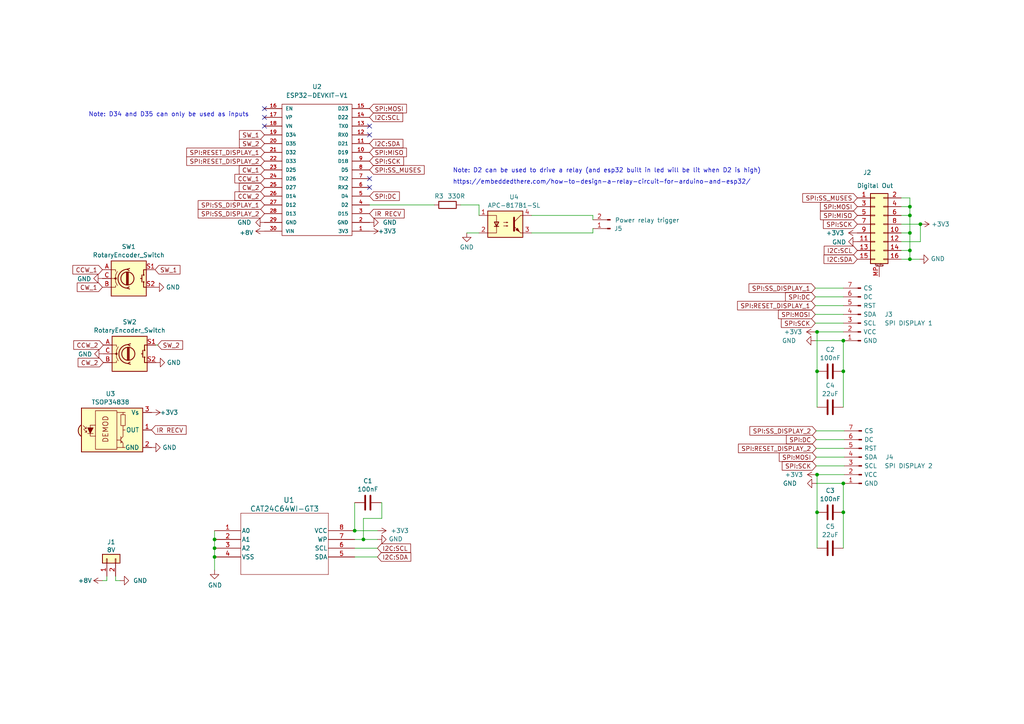
<source format=kicad_sch>
(kicad_sch (version 20230121) (generator eeschema)
  (paper "A4")
  (lib_symbols
    (symbol "CAT24C64WI_GT3:CAT24C64WI-GT3" (pin_names (offset 0.254))
      (property "Reference" "U" (at 20.32 10.16 0))
      (property "Value" "CAT24C64WI-GT3" (at 20.32 7.62 0))
      (symbol "CAT24C64WI-GT3_0_1"
        (polyline (pts (xy 7.62 -12.7) (xy 33.02 -12.7)) (stroke (width 0.127)))
        (polyline (pts (xy 7.62 5.08) (xy 7.62 -12.7)) (stroke (width 0.127)))
        (polyline (pts (xy 33.02 -12.7) (xy 33.02 5.08)) (stroke (width 0.127)))
        (polyline (pts (xy 33.02 5.08) (xy 7.62 5.08)) (stroke (width 0.127)))
        (pin unspecified line (at 0 0 0) (length 7.62) (name "A0") (number "1"))
        (pin unspecified line (at 0 -2.54 0) (length 7.62) (name "A1") (number "2"))
        (pin unspecified line (at 0 -5.08 0) (length 7.62) (name "A2") (number "3"))
        (pin power_in line (at 0 -7.62 0) (length 7.62) (name "VSS") (number "4"))
        (pin unspecified line (at 40.64 -7.62 180) (length 7.62) (name "SDA") (number "5"))
        (pin unspecified line (at 40.64 -5.08 180) (length 7.62) (name "SCL") (number "6"))
        (pin unspecified line (at 40.64 -2.54 180) (length 7.62) (name "WP") (number "7"))
        (pin power_in line (at 40.64 0 180) (length 7.62) (name "VCC") (number "8"))
      )
    )
    (symbol "Connector:Conn_01x02_Pin" (pin_names (offset 1.016) hide)
      (property "Reference" "J" (at 0 2.54 0))
      (property "Value" "Conn_01x02_Pin" (at 0 -5.08 0))
      (symbol "Conn_01x02_Pin_1_1"
        (polyline (pts (xy 1.27 -2.54) (xy 0.8636 -2.54)) (stroke (width 0.1524)))
        (polyline (pts (xy 1.27 0) (xy 0.8636 0)) (stroke (width 0.1524)))
        (rectangle (start 0.8636 -2.413) (end 0 -2.667) (stroke (width 0.1524)) (fill (type outline)))
        (rectangle (start 0.8636 0.127) (end 0 -0.127) (stroke (width 0.1524)) (fill (type outline)))
        (pin passive line (at 5.08 0 180) (length 3.81) (name "Pin_1") (number "1"))
        (pin passive line (at 5.08 -2.54 180) (length 3.81) (name "Pin_2") (number "2"))
      )
    )
    (symbol "Connector_Generic:Conn_01x02" (pin_names (offset 1.016) hide)
      (property "Reference" "J" (at 0 2.54 0))
      (property "Value" "Conn_01x02" (at 0 -5.08 0))
      (symbol "Conn_01x02_1_1"
        (rectangle (start -1.27 -2.413) (end 0 -2.667) (stroke (width 0.1524)))
        (rectangle (start -1.27 0.127) (end 0 -0.127) (stroke (width 0.1524)))
        (rectangle (start -1.27 1.27) (end 1.27 -3.81) (stroke (width 0.254)) (fill (type background)))
        (pin passive line (at -5.08 0 0) (length 3.81) (name "Pin_1") (number "1"))
        (pin passive line (at -5.08 -2.54 0) (length 3.81) (name "Pin_2") (number "2"))
      )
    )
    (symbol "Connector_Generic_MountingPin:Conn_02x08_Odd_Even_MountingPin" (pin_names (offset 1.016) hide)
      (property "Reference" "J" (at 1.27 10.16 0))
      (property "Value" "Conn_02x08_Odd_Even_MountingPin" (at 2.54 -12.7 0))
      (symbol "Conn_02x08_Odd_Even_MountingPin_1_1"
        (rectangle (start -1.27 -10.033) (end 0 -10.287) (stroke (width 0.1524)))
        (rectangle (start -1.27 -7.493) (end 0 -7.747) (stroke (width 0.1524)))
        (rectangle (start -1.27 -4.953) (end 0 -5.207) (stroke (width 0.1524)))
        (rectangle (start -1.27 -2.413) (end 0 -2.667) (stroke (width 0.1524)))
        (rectangle (start -1.27 0.127) (end 0 -0.127) (stroke (width 0.1524)))
        (rectangle (start -1.27 2.667) (end 0 2.413) (stroke (width 0.1524)))
        (rectangle (start -1.27 5.207) (end 0 4.953) (stroke (width 0.1524)))
        (rectangle (start -1.27 7.747) (end 0 7.493) (stroke (width 0.1524)))
        (rectangle (start -1.27 8.89) (end 3.81 -11.43) (stroke (width 0.254)) (fill (type background)))
        (polyline (pts (xy 0.254 -12.192) (xy 2.286 -12.192)) (stroke (width 0.1524)))
        (rectangle (start 3.81 -10.033) (end 2.54 -10.287) (stroke (width 0.1524)))
        (rectangle (start 3.81 -7.493) (end 2.54 -7.747) (stroke (width 0.1524)))
        (rectangle (start 3.81 -4.953) (end 2.54 -5.207) (stroke (width 0.1524)))
        (rectangle (start 3.81 -2.413) (end 2.54 -2.667) (stroke (width 0.1524)))
        (rectangle (start 3.81 0.127) (end 2.54 -0.127) (stroke (width 0.1524)))
        (rectangle (start 3.81 2.667) (end 2.54 2.413) (stroke (width 0.1524)))
        (rectangle (start 3.81 5.207) (end 2.54 4.953) (stroke (width 0.1524)))
        (rectangle (start 3.81 7.747) (end 2.54 7.493) (stroke (width 0.1524)))
        (text "Mounting" (at 1.27 -11.811 0) (effects (font (size 0.381 0.381))))
        (pin passive line (at -5.08 7.62 0) (length 3.81) (name "Pin_1") (number "1"))
        (pin passive line (at 7.62 -2.54 180) (length 3.81) (name "Pin_10") (number "10"))
        (pin passive line (at -5.08 -5.08 0) (length 3.81) (name "Pin_11") (number "11"))
        (pin passive line (at 7.62 -5.08 180) (length 3.81) (name "Pin_12") (number "12"))
        (pin passive line (at -5.08 -7.62 0) (length 3.81) (name "Pin_13") (number "13"))
        (pin passive line (at 7.62 -7.62 180) (length 3.81) (name "Pin_14") (number "14"))
        (pin passive line (at -5.08 -10.16 0) (length 3.81) (name "Pin_15") (number "15"))
        (pin passive line (at 7.62 -10.16 180) (length 3.81) (name "Pin_16") (number "16"))
        (pin passive line (at 7.62 7.62 180) (length 3.81) (name "Pin_2") (number "2"))
        (pin passive line (at -5.08 5.08 0) (length 3.81) (name "Pin_3") (number "3"))
        (pin passive line (at 7.62 5.08 180) (length 3.81) (name "Pin_4") (number "4"))
        (pin passive line (at -5.08 2.54 0) (length 3.81) (name "Pin_5") (number "5"))
        (pin passive line (at 7.62 2.54 180) (length 3.81) (name "Pin_6") (number "6"))
        (pin passive line (at -5.08 0 0) (length 3.81) (name "Pin_7") (number "7"))
        (pin passive line (at 7.62 0 180) (length 3.81) (name "Pin_8") (number "8"))
        (pin passive line (at -5.08 -2.54 0) (length 3.81) (name "Pin_9") (number "9"))
        (pin passive line (at 1.27 -15.24 90) (length 3.048) (name "MountPin") (number "MP"))
      )
    )
    (symbol "Device:C" (pin_numbers hide) (pin_names (offset 0.254))
      (property "Reference" "C" (at 0.635 2.54 0))
      (property "Value" "C" (at 0.635 -2.54 0))
      (symbol "C_0_1"
        (polyline (pts (xy -2.032 -0.762) (xy 2.032 -0.762)) (stroke (width 0.508)))
        (polyline (pts (xy -2.032 0.762) (xy 2.032 0.762)) (stroke (width 0.508)))
      )
      (symbol "C_1_1"
        (pin passive line (at 0 3.81 270) (length 2.794) (name "~") (number "1"))
        (pin passive line (at 0 -3.81 90) (length 2.794) (name "~") (number "2"))
      )
    )
    (symbol "Device:R" (pin_numbers hide) (pin_names (offset 0))
      (property "Reference" "R" (at 2.032 0 90))
      (property "Value" "R" (at 0 0 90))
      (symbol "R_0_1"
        (rectangle (start -1.016 -2.54) (end 1.016 2.54) (stroke (width 0.254)))
      )
      (symbol "R_1_1"
        (pin passive line (at 0 3.81 270) (length 1.27) (name "~") (number "1"))
        (pin passive line (at 0 -3.81 90) (length 1.27) (name "~") (number "2"))
      )
    )
    (symbol "Device:RotaryEncoder_Switch" (pin_names (offset 0.254) hide)
      (property "Reference" "SW" (at 0 6.604 0))
      (property "Value" "RotaryEncoder_Switch" (at 0 -6.604 0))
      (symbol "RotaryEncoder_Switch_0_1"
        (rectangle (start -5.08 5.08) (end 5.08 -5.08) (stroke (width 0.254)) (fill (type background)))
        (circle (center -3.81 0) (radius 0.254) (fill (type outline)))
        (circle (center -0.381 0) (radius 1.905) (stroke (width 0.254)))
        (arc (start -0.381 2.667) (mid -3.0988 -0.0635) (end -0.381 -2.794) (stroke (width 0.254)))
        (polyline (pts (xy -0.635 -1.778) (xy -0.635 1.778)) (stroke (width 0.254)))
        (polyline (pts (xy -0.381 -1.778) (xy -0.381 1.778)) (stroke (width 0.254)))
        (polyline (pts (xy -0.127 1.778) (xy -0.127 -1.778)) (stroke (width 0.254)))
        (polyline (pts (xy 3.81 0) (xy 3.429 0)) (stroke (width 0.254)))
        (polyline (pts (xy 3.81 1.016) (xy 3.81 -1.016)) (stroke (width 0.254)))
        (polyline (pts (xy -5.08 -2.54) (xy -3.81 -2.54) (xy -3.81 -2.032)))
        (polyline (pts (xy -5.08 2.54) (xy -3.81 2.54) (xy -3.81 2.032)))
        (polyline (pts (xy 0.254 -3.048) (xy -0.508 -2.794) (xy 0.127 -2.413)) (stroke (width 0.254)))
        (polyline (pts (xy 0.254 2.921) (xy -0.508 2.667) (xy 0.127 2.286)) (stroke (width 0.254)))
        (polyline (pts (xy 5.08 -2.54) (xy 4.318 -2.54) (xy 4.318 -1.016)) (stroke (width 0.254)))
        (polyline (pts (xy 5.08 2.54) (xy 4.318 2.54) (xy 4.318 1.016)) (stroke (width 0.254)))
        (polyline (pts (xy -5.08 0) (xy -3.81 0) (xy -3.81 -1.016) (xy -3.302 -2.032)))
        (polyline (pts (xy -4.318 0) (xy -3.81 0) (xy -3.81 1.016) (xy -3.302 2.032)))
        (circle (center 4.318 -1.016) (radius 0.127) (stroke (width 0.254)))
        (circle (center 4.318 1.016) (radius 0.127) (stroke (width 0.254)))
      )
      (symbol "RotaryEncoder_Switch_1_1"
        (pin passive line (at -7.62 2.54 0) (length 2.54) (name "A") (number "A"))
        (pin passive line (at -7.62 -2.54 0) (length 2.54) (name "B") (number "B"))
        (pin passive line (at -7.62 0 0) (length 2.54) (name "C") (number "C"))
        (pin passive line (at 7.62 2.54 180) (length 2.54) (name "S1") (number "S1"))
        (pin passive line (at 7.62 -2.54 180) (length 2.54) (name "S2") (number "S2"))
      )
    )
    (symbol "ESP32SYM:ESP32-DEVKIT-V1" (pin_names (offset 1.016))
      (property "Reference" "U" (at -1.27 12.7 0))
      (property "Value" "ESP32-DEVKIT-V1" (at -10.16 -30.48 0))
      (symbol "ESP32-DEVKIT-V1_0_0"
        (pin output line (at 15.24 -25.4 180) (length 5.08) (name "3V3") (number "1"))
        (pin bidirectional line (at 15.24 -2.54 180) (length 5.08) (name "D19") (number "10"))
        (pin bidirectional line (at 15.24 0 180) (length 5.08) (name "D21") (number "11"))
        (pin input line (at 15.24 2.54 180) (length 5.08) (name "RX0") (number "12"))
        (pin output line (at 15.24 5.08 180) (length 5.08) (name "TX0") (number "13"))
        (pin bidirectional line (at 15.24 7.62 180) (length 5.08) (name "D22") (number "14"))
        (pin bidirectional line (at 15.24 10.16 180) (length 5.08) (name "D23") (number "15"))
        (pin input line (at -15.24 10.16 0) (length 5.08) (name "EN") (number "16"))
        (pin bidirectional line (at -15.24 7.62 0) (length 5.08) (name "VP") (number "17"))
        (pin bidirectional line (at -15.24 5.08 0) (length 5.08) (name "VN") (number "18"))
        (pin bidirectional line (at -15.24 2.54 0) (length 5.08) (name "D34") (number "19"))
        (pin power_in line (at 15.24 -22.86 180) (length 5.08) (name "GND") (number "2"))
        (pin bidirectional line (at -15.24 0 0) (length 5.08) (name "D35") (number "20"))
        (pin bidirectional line (at -15.24 -2.54 0) (length 5.08) (name "D32") (number "21"))
        (pin bidirectional line (at -15.24 -5.08 0) (length 5.08) (name "D33") (number "22"))
        (pin bidirectional line (at -15.24 -7.62 0) (length 5.08) (name "D25") (number "23"))
        (pin bidirectional line (at -15.24 -10.16 0) (length 5.08) (name "D26") (number "24"))
        (pin bidirectional line (at -15.24 -12.7 0) (length 5.08) (name "D27") (number "25"))
        (pin bidirectional line (at -15.24 -15.24 0) (length 5.08) (name "D14") (number "26"))
        (pin bidirectional line (at -15.24 -17.78 0) (length 5.08) (name "D12") (number "27"))
        (pin bidirectional line (at -15.24 -20.32 0) (length 5.08) (name "D13") (number "28"))
        (pin power_in line (at -15.24 -22.86 0) (length 5.08) (name "GND") (number "29"))
        (pin bidirectional line (at 15.24 -20.32 180) (length 5.08) (name "D15") (number "3"))
        (pin input line (at -15.24 -25.4 0) (length 5.08) (name "VIN") (number "30"))
        (pin bidirectional line (at 15.24 -17.78 180) (length 5.08) (name "D2") (number "4"))
        (pin bidirectional line (at 15.24 -15.24 180) (length 5.08) (name "D4") (number "5"))
        (pin input line (at 15.24 -12.7 180) (length 5.08) (name "RX2") (number "6"))
        (pin output line (at 15.24 -10.16 180) (length 5.08) (name "TX2") (number "7"))
        (pin bidirectional line (at 15.24 -7.62 180) (length 5.08) (name "D5") (number "8"))
        (pin bidirectional line (at 15.24 -5.08 180) (length 5.08) (name "D18") (number "9"))
      )
      (symbol "ESP32-DEVKIT-V1_1_1"
        (rectangle (start -10.16 11.43) (end 10.16 -26.67))
      )
    )
    (symbol "GND_1" (power) (pin_names (offset 0))
      (property "Value" "GND_1" (at 0 -3.81 0))
      (symbol "GND_1_0_1"
        (polyline (pts (xy 0 0) (xy 0 -1.27) (xy 1.27 -1.27) (xy 0 -2.54) (xy -1.27 -1.27) (xy 0 -1.27)))
      )
      (symbol "GND_1_1_1"
        (pin power_in line (at 0 0 270) (length 0) hide (name "GND") (number "1"))
      )
    )
    (symbol "Interface_Optical:TSOP348xx" (pin_names (offset 1.016))
      (property "Reference" "U" (at -10.16 7.62 0))
      (property "Value" "TSOP348xx" (at -10.16 -7.62 0))
      (symbol "TSOP348xx_0_0"
        (arc (start -10.287 1.397) (mid -11.0899 -0.1852) (end -10.287 -1.778) (stroke (width 0.254)) (fill (type background)))
        (polyline (pts (xy 1.905 -5.08) (xy 0.127 -5.08)))
        (polyline (pts (xy 1.905 5.08) (xy 0.127 5.08)))
        (text "DEMOD" (at -3.175 0.254 900) (effects (font (size 1.524 1.524))))
      )
      (symbol "TSOP348xx_0_1"
        (rectangle (start -6.096 5.588) (end 0.127 -5.588))
        (polyline (pts (xy -8.763 0.381) (xy -9.652 1.27)))
        (polyline (pts (xy -8.763 0.381) (xy -9.271 0.381)))
        (polyline (pts (xy -8.763 0.381) (xy -8.763 0.889)))
        (polyline (pts (xy -8.636 -0.635) (xy -9.525 0.254)))
        (polyline (pts (xy -8.636 -0.635) (xy -9.144 -0.635)))
        (polyline (pts (xy -8.636 -0.635) (xy -8.636 -0.127)))
        (polyline (pts (xy -8.382 -1.016) (xy -6.731 -1.016)))
        (polyline (pts (xy 1.27 -2.921) (xy 0.127 -2.921)))
        (polyline (pts (xy 1.27 -1.905) (xy 1.27 -3.81)))
        (polyline (pts (xy 1.397 -3.556) (xy 1.524 -3.556)))
        (polyline (pts (xy 1.651 -3.556) (xy 1.524 -3.556)))
        (polyline (pts (xy 1.651 -3.556) (xy 1.651 -3.302)))
        (polyline (pts (xy 1.905 0) (xy 1.905 1.27)))
        (polyline (pts (xy 1.905 4.445) (xy 1.905 5.08) (xy 2.54 5.08)))
        (polyline (pts (xy -8.382 0.635) (xy -6.731 0.635) (xy -7.62 -1.016) (xy -8.382 0.635)) (fill (type outline)))
        (polyline (pts (xy -6.096 1.397) (xy -7.62 1.397) (xy -7.62 -1.778) (xy -6.096 -1.778)))
        (polyline (pts (xy 1.27 -3.175) (xy 1.905 -3.81) (xy 1.905 -5.08) (xy 2.54 -5.08)))
        (polyline (pts (xy 1.27 -2.54) (xy 1.905 -1.905) (xy 1.905 0) (xy 2.54 0)))
        (rectangle (start 2.54 1.27) (end 1.27 4.445))
        (rectangle (start 7.62 6.35) (end -10.16 -6.35) (stroke (width 0.254)) (fill (type background)))
      )
      (symbol "TSOP348xx_1_1"
        (pin output line (at 10.16 0 180) (length 2.54) (name "OUT") (number "1"))
        (pin power_in line (at 10.16 -5.08 180) (length 2.54) (name "GND") (number "2"))
        (pin power_in line (at 10.16 5.08 180) (length 2.54) (name "Vs") (number "3"))
      )
    )
    (symbol "Isolator:PC817" (pin_names (offset 1.016))
      (property "Reference" "U" (at -5.08 5.08 0))
      (property "Value" "PC817" (at 0 5.08 0))
      (symbol "PC817_0_1"
        (rectangle (start -5.08 3.81) (end 5.08 -3.81) (stroke (width 0.254)) (fill (type background)))
        (polyline (pts (xy -3.175 -0.635) (xy -1.905 -0.635)) (stroke (width 0.254)))
        (polyline (pts (xy 2.54 0.635) (xy 4.445 2.54)))
        (polyline (pts (xy 4.445 -2.54) (xy 2.54 -0.635)) (fill (type outline)))
        (polyline (pts (xy 4.445 -2.54) (xy 5.08 -2.54)))
        (polyline (pts (xy 4.445 2.54) (xy 5.08 2.54)))
        (polyline (pts (xy -5.08 2.54) (xy -2.54 2.54) (xy -2.54 -0.635)))
        (polyline (pts (xy -2.54 -0.635) (xy -2.54 -2.54) (xy -5.08 -2.54)))
        (polyline (pts (xy 2.54 1.905) (xy 2.54 -1.905) (xy 2.54 -1.905)) (stroke (width 0.508)))
        (polyline (pts (xy -2.54 -0.635) (xy -3.175 0.635) (xy -1.905 0.635) (xy -2.54 -0.635)) (stroke (width 0.254)))
        (polyline (pts (xy -0.508 -0.508) (xy 0.762 -0.508) (xy 0.381 -0.635) (xy 0.381 -0.381) (xy 0.762 -0.508)))
        (polyline (pts (xy -0.508 0.508) (xy 0.762 0.508) (xy 0.381 0.381) (xy 0.381 0.635) (xy 0.762 0.508)))
        (polyline (pts (xy 3.048 -1.651) (xy 3.556 -1.143) (xy 4.064 -2.159) (xy 3.048 -1.651) (xy 3.048 -1.651)) (fill (type outline)))
      )
      (symbol "PC817_1_1"
        (pin passive line (at -7.62 2.54 0) (length 2.54) (name "~") (number "1"))
        (pin passive line (at -7.62 -2.54 0) (length 2.54) (name "~") (number "2"))
        (pin passive line (at 7.62 -2.54 180) (length 2.54) (name "~") (number "3"))
        (pin passive line (at 7.62 2.54 180) (length 2.54) (name "~") (number "4"))
      )
    )
    (symbol "OLED SPI 2.08:OLED SPI 2.08" (pin_names (offset 2))
      (property "Reference" "J" (at 0 10.16 0))
      (property "Value" "OLED SPI 2.8 " (at 0 -10.16 0))
      (symbol "OLED SPI 2.08_1_1"
        (polyline (pts (xy 1.27 -7.62) (xy 0.8636 -7.62)) (stroke (width 0.1524)))
        (polyline (pts (xy 1.27 -5.08) (xy 0.8636 -5.08)) (stroke (width 0.1524)))
        (polyline (pts (xy 1.27 -2.54) (xy 0.8636 -2.54)) (stroke (width 0.1524)))
        (polyline (pts (xy 1.27 0) (xy 0.8636 0)) (stroke (width 0.1524)))
        (polyline (pts (xy 1.27 2.54) (xy 0.8636 2.54)) (stroke (width 0.1524)))
        (polyline (pts (xy 1.27 5.08) (xy 0.8636 5.08)) (stroke (width 0.1524)))
        (polyline (pts (xy 1.27 7.62) (xy 0.8636 7.62)) (stroke (width 0.1524)))
        (rectangle (start 0 7.747) (end 0.8636 7.493) (stroke (width 0.1524)) (fill (type outline)))
        (rectangle (start 0.8636 -7.493) (end 0 -7.747) (stroke (width 0.1524)) (fill (type outline)))
        (rectangle (start 0.8636 -4.953) (end 0 -5.207) (stroke (width 0.1524)) (fill (type outline)))
        (rectangle (start 0.8636 -2.413) (end 0 -2.667) (stroke (width 0.1524)) (fill (type outline)))
        (rectangle (start 0.8636 0.127) (end 0 -0.127) (stroke (width 0.1524)) (fill (type outline)))
        (rectangle (start 0.8636 2.667) (end 0 2.413) (stroke (width 0.1524)) (fill (type outline)))
        (rectangle (start 0.8636 5.207) (end 0 4.953) (stroke (width 0.1524)) (fill (type outline)))
        (pin passive line (at 5.08 7.62 180) (length 3.81) (name "GND") (number "1"))
        (pin passive line (at 5.08 5.08 180) (length 3.81) (name "VCC") (number "2"))
        (pin passive line (at 5.08 2.54 180) (length 3.81) (name "SCL") (number "3"))
        (pin passive line (at 5.08 0 180) (length 3.81) (name "SDA") (number "4"))
        (pin passive line (at 5.08 -2.54 180) (length 3.81) (name "RST") (number "5"))
        (pin passive line (at 5.08 -5.08 180) (length 3.81) (name "DC") (number "6"))
        (pin passive line (at 5.08 -7.62 180) (length 3.81) (name "CS") (number "7"))
      )
    )
    (symbol "power:+3.3V" (power) (pin_names (offset 0))
      (property "Value" "+3.3V" (at 0 3.556 0))
      (symbol "+3.3V_0_1"
        (polyline (pts (xy -0.762 1.27) (xy 0 2.54)))
        (polyline (pts (xy 0 0) (xy 0 2.54)))
        (polyline (pts (xy 0 2.54) (xy 0.762 1.27)))
      )
      (symbol "+3.3V_1_1"
        (pin power_in line (at 0 0 90) (length 0) hide (name "+3V3") (number "1"))
      )
    )
    (symbol "power:+8V" (power) (pin_names (offset 0))
      (property "Value" "+8V" (at 0 3.556 0))
      (symbol "+8V_0_1"
        (polyline (pts (xy -0.762 1.27) (xy 0 2.54)))
        (polyline (pts (xy 0 0) (xy 0 2.54)))
        (polyline (pts (xy 0 2.54) (xy 0.762 1.27)))
      )
      (symbol "+8V_1_1"
        (pin power_in line (at 0 0 90) (length 0) hide (name "+8V") (number "1"))
      )
    )
    (symbol "power:GND" (power) (pin_names (offset 0))
      (property "Value" "GND" (at 0 -3.81 0))
      (symbol "GND_0_1"
        (polyline (pts (xy 0 0) (xy 0 -1.27) (xy 1.27 -1.27) (xy 0 -2.54) (xy -1.27 -1.27) (xy 0 -1.27)))
      )
      (symbol "GND_1_1"
        (pin power_in line (at 0 0 270) (length 0) hide (name "GND") (number "1"))
      )
    )
  )
  (junction (at 263.906 67.564))
  (junction (at 263.906 72.644))
  (junction (at 236.982 96.266))
  (junction (at 62.23 159.004))
  (junction (at 263.906 75.184))
  (junction (at 263.906 62.484))
  (junction (at 244.602 107.696))
  (junction (at 244.602 148.59))
  (junction (at 62.23 156.464))
  (junction (at 266.954 65.024))
  (junction (at 244.602 140.208))
  (junction (at 236.982 107.696))
  (junction (at 102.87 153.924))
  (junction (at 236.982 137.668))
  (junction (at 236.982 148.59))
  (junction (at 62.23 161.544))
  (junction (at 263.906 59.944))
  (junction (at 105.41 156.464))
  (junction (at 244.602 98.806))
  (no_connect (at 107.188 51.816))
  (no_connect (at 107.188 54.356))
  (no_connect (at 107.188 36.576))
  (no_connect (at 107.188 39.116))
  (no_connect (at 76.708 36.576))
  (no_connect (at 76.708 34.036))
  (no_connect (at 76.708 31.496))
  (wire (pts (xy 236.982 96.266) (xy 236.982 107.696)))
  (wire (pts (xy 244.602 148.59) (xy 244.602 159.004)))
  (wire (pts (xy 244.602 140.208) (xy 244.856 140.208)))
  (wire (pts (xy 261.366 57.404) (xy 263.906 57.404)))
  (wire (pts (xy 171.958 63.754) (xy 171.958 62.484)))
  (wire (pts (xy 102.87 153.924) (xy 102.87 145.796)))
  (wire (pts (xy 107.188 59.436) (xy 125.984 59.436)))
  (wire (pts (xy 62.23 159.004) (xy 62.23 161.544)))
  (wire (pts (xy 244.602 98.806) (xy 244.602 107.696)))
  (wire (pts (xy 109.474 153.924) (xy 102.87 153.924)))
  (wire (pts (xy 236.474 88.646) (xy 244.602 88.646)))
  (wire (pts (xy 171.958 67.564) (xy 171.958 66.294)))
  (wire (pts (xy 263.906 67.564) (xy 263.906 72.644)))
  (wire (pts (xy 109.474 159.004) (xy 102.87 159.004)))
  (wire (pts (xy 261.366 59.944) (xy 263.906 59.944)))
  (wire (pts (xy 261.366 67.564) (xy 263.906 67.564)))
  (wire (pts (xy 263.906 57.404) (xy 263.906 59.944)))
  (wire (pts (xy 236.982 137.668) (xy 236.982 148.59)))
  (wire (pts (xy 33.528 168.402) (xy 34.798 168.402)))
  (wire (pts (xy 263.906 62.484) (xy 263.906 67.564)))
  (wire (pts (xy 236.474 93.726) (xy 244.602 93.726)))
  (wire (pts (xy 236.474 96.266) (xy 236.982 96.266)))
  (wire (pts (xy 244.602 107.696) (xy 244.602 118.11)))
  (wire (pts (xy 261.366 70.104) (xy 266.954 70.104)))
  (wire (pts (xy 236.728 137.668) (xy 236.982 137.668)))
  (wire (pts (xy 110.49 145.796) (xy 110.744 145.796)))
  (wire (pts (xy 244.602 140.208) (xy 244.602 148.59)))
  (wire (pts (xy 236.982 96.266) (xy 244.602 96.266)))
  (wire (pts (xy 105.41 156.464) (xy 102.87 156.464)))
  (wire (pts (xy 110.744 150.368) (xy 105.41 150.368)))
  (wire (pts (xy 263.906 59.944) (xy 263.906 62.484)))
  (wire (pts (xy 110.744 145.796) (xy 110.744 150.368)))
  (wire (pts (xy 45.212 100.076) (xy 45.72 100.076)))
  (wire (pts (xy 236.728 127.508) (xy 244.856 127.508)))
  (wire (pts (xy 138.938 59.436) (xy 138.938 62.484)))
  (wire (pts (xy 154.178 67.564) (xy 171.958 67.564)))
  (wire (pts (xy 236.728 132.588) (xy 244.856 132.588)))
  (wire (pts (xy 62.23 161.544) (xy 62.23 165.354)))
  (wire (pts (xy 236.474 86.106) (xy 244.602 86.106)))
  (wire (pts (xy 105.41 150.368) (xy 105.41 156.464)))
  (wire (pts (xy 261.366 72.644) (xy 263.906 72.644)))
  (wire (pts (xy 30.988 168.402) (xy 30.988 167.132)))
  (wire (pts (xy 154.178 62.484) (xy 171.958 62.484)))
  (wire (pts (xy 236.982 148.59) (xy 236.982 159.004)))
  (wire (pts (xy 261.366 62.484) (xy 263.906 62.484)))
  (wire (pts (xy 236.982 107.696) (xy 236.982 118.11)))
  (wire (pts (xy 62.23 153.924) (xy 62.23 156.464)))
  (wire (pts (xy 109.474 161.544) (xy 102.87 161.544)))
  (wire (pts (xy 266.7 75.184) (xy 263.906 75.184)))
  (wire (pts (xy 236.474 91.186) (xy 244.602 91.186)))
  (wire (pts (xy 236.728 124.968) (xy 244.856 124.968)))
  (wire (pts (xy 236.474 98.806) (xy 244.602 98.806)))
  (wire (pts (xy 236.728 130.048) (xy 244.856 130.048)))
  (wire (pts (xy 263.906 75.184) (xy 261.366 75.184)))
  (wire (pts (xy 33.528 167.132) (xy 33.528 168.402)))
  (wire (pts (xy 266.954 65.024) (xy 266.954 70.104)))
  (wire (pts (xy 109.474 156.464) (xy 105.41 156.464)))
  (wire (pts (xy 236.728 135.128) (xy 244.856 135.128)))
  (wire (pts (xy 29.718 168.402) (xy 30.988 168.402)))
  (wire (pts (xy 263.906 72.644) (xy 263.906 75.184)))
  (wire (pts (xy 236.982 137.668) (xy 244.856 137.668)))
  (wire (pts (xy 62.23 156.464) (xy 62.23 159.004)))
  (wire (pts (xy 138.938 67.564) (xy 135.382 67.564)))
  (wire (pts (xy 236.728 140.208) (xy 244.602 140.208)))
  (wire (pts (xy 261.366 65.024) (xy 266.954 65.024)))
  (wire (pts (xy 133.604 59.436) (xy 138.938 59.436)))
  (wire (pts (xy 236.474 83.566) (xy 244.602 83.566)))
  (text "Note: D34 and D35 can only be used as inputs" (at 25.654 34.036 0) (effects (font (size 1.27 1.27)) (justify left bottom)))
  (text "https://embeddedthere.com/how-to-design-a-relay-circuit-for-arduino-and-esp32/" (at 131.318 53.594 0) (effects (font (size 1.27 1.27)) (justify left bottom)))
  (text "Note: D2 can be used to drive a relay (and esp32 built in led will be lit when D2 is high)" (at 131.318 50.292 0) (effects (font (size 1.27 1.27)) (justify left bottom)))
  (global_label "SW_1" (shape input) (at 76.708 39.116 180) (property "Intersheetrefs" "${INTERSHEET_REFS}" (effects hide)))
  (global_label "SPI:RESET_DISPLAY_2" (shape input) (at 76.708 46.736 180) (property "Intersheetrefs" "${INTERSHEET_REFS}" (effects hide)))
  (global_label "I2C:SCL" (shape input) (at 107.188 34.036 0) (property "Intersheetrefs" "${INTERSHEET_REFS}" (effects hide)))
  (global_label "I2C:SDA" (shape input) (at 107.188 41.656 0) (property "Intersheetrefs" "${INTERSHEET_REFS}" (effects hide)))
  (global_label "CCW_1" (shape input) (at 76.708 51.816 180) (property "Intersheetrefs" "${INTERSHEET_REFS}" (effects hide)))
  (global_label "CW_1" (shape input) (at 29.718 83.312 180) (property "Intersheetrefs" "${INTERSHEET_REFS}" (effects hide)))
  (global_label "SPI:DC" (shape input) (at 236.474 86.106 180) (property "Intersheetrefs" "${INTERSHEET_REFS}" (effects hide)))
  (global_label "SPI:MOSI" (shape input) (at 236.728 132.588 180) (property "Intersheetrefs" "${INTERSHEET_REFS}" (effects hide)))
  (global_label "I2C:SCL" (shape input) (at 248.666 72.644 180) (property "Intersheetrefs" "${INTERSHEET_REFS}" (effects hide)))
  (global_label "SPI:MOSI" (shape input) (at 248.666 59.944 180) (property "Intersheetrefs" "${INTERSHEET_REFS}" (effects hide)))
  (global_label "SPI:SS_DISPLAY_2" (shape input) (at 76.708 61.976 180) (property "Intersheetrefs" "${INTERSHEET_REFS}" (effects hide)))
  (global_label "SPI:SS_MUSES" (shape input) (at 248.666 57.404 180) (property "Intersheetrefs" "${INTERSHEET_REFS}" (effects hide)))
  (global_label "CW_2" (shape input) (at 29.972 105.156 180) (property "Intersheetrefs" "${INTERSHEET_REFS}" (effects hide)))
  (global_label "SPI:DC" (shape input) (at 107.188 56.896 0) (property "Intersheetrefs" "${INTERSHEET_REFS}" (effects hide)))
  (global_label "CCW_1" (shape input) (at 29.718 78.232 180) (property "Intersheetrefs" "${INTERSHEET_REFS}" (effects hide)))
  (global_label "CW_2" (shape input) (at 76.708 54.356 180) (property "Intersheetrefs" "${INTERSHEET_REFS}" (effects hide)))
  (global_label "SPI:DC" (shape input) (at 236.728 127.508 180) (property "Intersheetrefs" "${INTERSHEET_REFS}" (effects hide)))
  (global_label "SPI:SS_DISPLAY_1" (shape input) (at 236.474 83.566 180) (property "Intersheetrefs" "${INTERSHEET_REFS}" (effects hide)))
  (global_label "SW_2" (shape input) (at 76.708 41.656 180) (property "Intersheetrefs" "${INTERSHEET_REFS}" (effects hide)))
  (global_label "SPI:SS_MUSES" (shape input) (at 107.188 49.276 0) (property "Intersheetrefs" "${INTERSHEET_REFS}" (effects hide)))
  (global_label "I2C:SDA" (shape input) (at 109.474 161.544 0) (property "Intersheetrefs" "${INTERSHEET_REFS}" (effects hide)))
  (global_label "SW_2" (shape input) (at 45.72 100.076 0) (property "Intersheetrefs" "${INTERSHEET_REFS}" (effects hide)))
  (global_label "SPI:MISO" (shape input) (at 248.666 62.484 180) (property "Intersheetrefs" "${INTERSHEET_REFS}" (effects hide)))
  (global_label "SPI:MOSI" (shape input) (at 236.474 91.186 180) (property "Intersheetrefs" "${INTERSHEET_REFS}" (effects hide)))
  (global_label "SW_1" (shape input) (at 44.958 78.232 0) (property "Intersheetrefs" "${INTERSHEET_REFS}" (effects hide)))
  (global_label "SPI:MISO" (shape input) (at 107.188 44.196 0) (property "Intersheetrefs" "${INTERSHEET_REFS}" (effects hide)))
  (global_label "IR RECV" (shape input) (at 107.188 61.976 0) (property "Intersheetrefs" "${INTERSHEET_REFS}" (effects hide)))
  (global_label "SPI:SCK" (shape input) (at 107.188 46.736 0) (property "Intersheetrefs" "${INTERSHEET_REFS}" (effects hide)))
  (global_label "I2C:SDA" (shape input) (at 248.666 75.184 180) (property "Intersheetrefs" "${INTERSHEET_REFS}" (effects hide)))
  (global_label "SPI:RESET_DISPLAY_2" (shape input) (at 236.728 130.048 180) (property "Intersheetrefs" "${INTERSHEET_REFS}" (effects hide)))
  (global_label "SPI:SCK" (shape input) (at 236.474 93.726 180) (property "Intersheetrefs" "${INTERSHEET_REFS}" (effects hide)))
  (global_label "I2C:SCL" (shape input) (at 109.474 159.004 0) (property "Intersheetrefs" "${INTERSHEET_REFS}" (effects hide)))
  (global_label "SPI:RESET_DISPLAY_1" (shape input) (at 76.708 44.196 180) (property "Intersheetrefs" "${INTERSHEET_REFS}" (effects hide)))
  (global_label "SPI:SS_DISPLAY_2" (shape input) (at 236.728 124.968 180) (property "Intersheetrefs" "${INTERSHEET_REFS}" (effects hide)))
  (global_label "SPI:SCK" (shape input) (at 236.728 135.128 180) (property "Intersheetrefs" "${INTERSHEET_REFS}" (effects hide)))
  (global_label "IR RECV" (shape input) (at 43.942 124.714 0) (property "Intersheetrefs" "${INTERSHEET_REFS}" (effects hide)))
  (global_label "SPI:RESET_DISPLAY_1" (shape input) (at 236.474 88.646 180) (property "Intersheetrefs" "${INTERSHEET_REFS}" (effects hide)))
  (global_label "SPI:SCK" (shape input) (at 248.666 65.024 180) (property "Intersheetrefs" "${INTERSHEET_REFS}" (effects hide)))
  (global_label "SPI:MOSI" (shape input) (at 107.188 31.496 0) (property "Intersheetrefs" "${INTERSHEET_REFS}" (effects hide)))
  (global_label "SPI:SS_DISPLAY_1" (shape input) (at 76.708 59.436 180) (property "Intersheetrefs" "${INTERSHEET_REFS}" (effects hide)))
  (global_label "CCW_2" (shape input) (at 76.708 56.896 180) (property "Intersheetrefs" "${INTERSHEET_REFS}" (effects hide)))
  (global_label "CCW_2" (shape input) (at 29.972 100.076 180) (property "Intersheetrefs" "${INTERSHEET_REFS}" (effects hide)))
  (global_label "CW_1" (shape input) (at 76.708 49.276 180) (property "Intersheetrefs" "${INTERSHEET_REFS}" (effects hide)))
  (symbol (lib_id "power:GND") (at 29.972 102.616 270) (unit 1)
    (property "Reference" "#PWR016" (effects hide))
    (property "Value" "GND" (at 26.7208 102.743 90) (effects (justify right)))
  )
  (symbol (lib_id "OLED SPI 2.08:OLED SPI 2.08") (at 249.682 91.186 180) (unit 1)
    (property "Reference" "J3" (at 256.54 91.186 0) (effects (justify right)))
    (property "Value" "SPI DISPLAY 1" (at 256.54 93.726 0) (effects (justify right)))
    (property "Footprint" "OLED SPI 2.08:OLED SPI 2.08" (effects hide))
  )
  (symbol (lib_id "CAT24C64WI_GT3:CAT24C64WI-GT3") (at 62.23 153.924 0) (unit 1)
    (property "Reference" "U1" (at 83.82 145.034 0) (effects (font (size 1.524 1.524))))
    (property "Value" "CAT24C64WI-GT3" (at 82.55 147.574 0) (effects (font (size 1.524 1.524))))
    (property "Footprint" "footprints:SOIC8_ONS-M" (effects hide))
    (property "Datasheet" "CAT24C64WI-GT3" (effects hide))
  )
  (symbol (lib_id "power:GND") (at 109.474 156.464 90) (unit 1)
    (property "Reference" "#PWR06" (effects hide))
    (property "Value" "GND" (at 112.7252 156.337 90) (effects (justify right)))
  )
  (symbol (lib_id "power:GND") (at 236.474 98.806 270) (unit 1)
    (property "Reference" "#PWR013" (effects hide))
    (property "Value" "GND" (at 228.854 98.806 90))
  )
  (symbol (lib_id "power:GND") (at 62.23 165.354 0) (unit 1)
    (property "Reference" "#PWR07" (effects hide))
    (property "Value" "GND" (at 62.357 169.7482 0))
  )
  (symbol (lib_id "power:GND") (at 29.718 80.772 270) (unit 1)
    (property "Reference" "#PWR010" (effects hide))
    (property "Value" "GND" (at 26.4668 80.899 90) (effects (justify right)))
  )
  (symbol (lib_id "Connector_Generic_MountingPin:Conn_02x08_Odd_Even_MountingPin") (at 253.746 65.024 0) (unit 1)
    (property "Reference" "J2" (at 252.73 50.038 0) (effects (justify right)))
    (property "Value" "Digital Out" (at 259.08 53.848 0) (effects (justify right)))
    (property "Footprint" "Connector_IDC:IDC-Header_2x08_P2.54mm_Vertical" (effects hide))
  )
  (symbol (lib_id "ESP32SYM:ESP32-DEVKIT-V1") (at 91.948 41.656 0) (unit 1)
    (property "Reference" "U2" (at 91.948 25.146 0))
    (property "Value" "ESP32-DEVKIT-V1" (at 91.948 27.686 0))
    (property "Footprint" "MODULE_ESP32_DEVKIT_V1" (effects hide))
    (property "MANUFACTURER" "DOIT" (effects hide))
    (property "MAXIMUM_PACKAGE_HEIGHT" "6.8 mm" (effects hide))
    (property "PARTREV" "N/A" (effects hide))
    (property "STANDARD" "Manufacturer Recommendations" (effects hide))
  )
  (symbol (lib_id "power:+8V") (at 29.718 168.402 90) (unit 1)
    (property "Reference" "#PWR01" (effects hide))
    (property "Value" "+8V" (at 24.638 168.402 90))
  )
  (symbol (lib_id "power:GND") (at 43.942 129.794 90) (mirror x) (unit 1)
    (property "Reference" "#PWR024" (effects hide))
    (property "Value" "GND" (at 47.117 129.794 90) (effects (justify right)))
  )
  (symbol (lib_id "Device:R") (at 129.794 59.436 270) (mirror x) (unit 1)
    (property "Reference" "R3" (at 125.984 56.896 90) (effects (justify left)))
    (property "Value" "330R" (at 129.794 56.896 90) (effects (justify left)))
    (property "Footprint" "Resistor_SMD:R_0805_2012Metric_Pad1.20x1.40mm_HandSolder" (effects hide))
  )
  (symbol (lib_id "power:GND") (at 266.7 75.184 90) (unit 1)
    (property "Reference" "#PWR028" (effects hide))
    (property "Value" "GND" (at 269.9512 75.057 90) (effects (justify right)))
  )
  (symbol (lib_id "power:+3.3V") (at 266.954 65.024 270) (unit 1)
    (property "Reference" "#PWR05" (effects hide))
    (property "Value" "+3.3V" (at 270.129 65.024 90) (effects (justify left)))
  )
  (symbol (lib_id "power:+3.3V") (at 107.188 67.056 270) (unit 1)
    (property "Reference" "#PWR018" (effects hide))
    (property "Value" "+3.3V" (at 112.268 67.056 90))
  )
  (symbol (lib_id "Isolator:PC817") (at 146.558 65.024 0) (unit 1)
    (property "Reference" "U4" (at 149.098 57.15 0))
    (property "Value" "APC-817B1-SL" (at 149.098 59.5742 0))
    (property "Footprint" "APC_817B1_SL:APC-817xx-SL_AMB-M" (effects hide))
    (property "Datasheet" "http://www.soselectronic.cz/a_info/resource/d/pc817.pdf" (effects hide))
  )
  (symbol (lib_id "Connector_Generic:Conn_01x02") (at 30.988 162.052 90) (unit 1)
    (property "Reference" "J1" (at 32.258 157.2006 90))
    (property "Value" "8V" (at 32.258 159.512 90))
    (property "Footprint" "TerminalBlock:TerminalBlock_bornier-2_P5.08mm" (effects hide))
  )
  (symbol (lib_id "Device:C") (at 106.68 145.796 90) (unit 1)
    (property "Reference" "C1" (at 106.68 139.4927 90))
    (property "Value" "100nF" (at 106.68 141.9169 90))
    (property "Footprint" "Capacitor_SMD:C_0805_2012Metric_Pad1.18x1.45mm_HandSolder" (effects hide))
  )
  (symbol (lib_name "GND_1") (lib_id "power:GND") (at 135.382 67.564 0) (unit 1)
    (property "Reference" "#PWR023" (effects hide))
    (property "Value" "GND" (at 135.382 71.6971 0))
  )
  (symbol (lib_id "power:GND") (at 34.798 168.402 90) (unit 1)
    (property "Reference" "#PWR02" (effects hide))
    (property "Value" "GND" (at 38.608 168.4019 90) (effects (justify right)))
  )
  (symbol (lib_id "Device:C") (at 240.792 148.59 90) (unit 1)
    (property "Reference" "C3" (at 240.792 142.2867 90))
    (property "Value" "100nF" (at 240.792 144.7109 90))
    (property "Footprint" "Capacitor_SMD:C_0805_2012Metric_Pad1.18x1.45mm_HandSolder" (effects hide))
  )
  (symbol (lib_id "power:+8V") (at 76.708 67.056 90) (unit 1)
    (property "Reference" "#PWR017" (effects hide))
    (property "Value" "+8V" (at 73.5331 67.4898 90) (effects (justify left)))
  )
  (symbol (lib_id "power:+3.3V") (at 236.474 96.266 90) (unit 1)
    (property "Reference" "#PWR012" (effects hide))
    (property "Value" "+3.3V" (at 232.664 96.2659 90) (effects (justify left)))
  )
  (symbol (lib_id "Device:C") (at 240.792 118.11 90) (unit 1)
    (property "Reference" "C4" (at 240.792 111.8067 90))
    (property "Value" "22uF" (at 240.792 114.2309 90))
    (property "Footprint" "Capacitor_SMD:C_1206_3216Metric_Pad1.33x1.80mm_HandSolder" (effects hide))
  )
  (symbol (lib_id "power:+3.3V") (at 43.942 119.634 270) (unit 1)
    (property "Reference" "#PWR022" (effects hide))
    (property "Value" "+3.3V" (at 49.022 119.634 90))
  )
  (symbol (lib_id "power:GND") (at 76.708 64.516 270) (mirror x) (unit 1)
    (property "Reference" "#PWR014" (effects hide))
    (property "Value" "GND" (at 72.898 64.5159 90) (effects (justify right)))
  )
  (symbol (lib_id "Device:RotaryEncoder_Switch") (at 37.592 102.616 0) (unit 1)
    (property "Reference" "SW2" (at 37.592 93.3917 0))
    (property "Value" "RotaryEncoder_Switch" (at 37.592 95.8159 0))
    (property "Footprint" "Rotary_Encoder:RotaryEncoder_Alps_EC11E-Switch_Vertical_H20mm" (effects hide))
  )
  (symbol (lib_id "power:+3.3V") (at 109.474 153.924 270) (unit 1)
    (property "Reference" "#PWR04" (effects hide))
    (property "Value" "+3.3V" (at 113.284 153.9239 90) (effects (justify left)))
  )
  (symbol (lib_id "power:GND") (at 107.188 64.516 90) (unit 1)
    (property "Reference" "#PWR015" (effects hide))
    (property "Value" "GND" (at 110.998 64.5159 90) (effects (justify right)))
  )
  (symbol (lib_id "power:+3.3V") (at 248.666 67.564 90) (unit 1)
    (property "Reference" "#PWR027" (effects hide))
    (property "Value" "+3.3V" (at 244.856 67.5639 90) (effects (justify left)))
  )
  (symbol (lib_id "power:GND") (at 44.958 83.312 90) (mirror x) (unit 1)
    (property "Reference" "#PWR011" (effects hide))
    (property "Value" "GND" (at 48.133 83.312 90) (effects (justify right)))
  )
  (symbol (lib_id "power:+3.3V") (at 236.728 137.668 90) (unit 1)
    (property "Reference" "#PWR020" (effects hide))
    (property "Value" "+3.3V" (at 232.918 137.6679 90) (effects (justify left)))
  )
  (symbol (lib_id "Connector:Conn_01x02_Pin") (at 177.038 66.294 180) (unit 1)
    (property "Reference" "J5" (at 179.324 66.294 0))
    (property "Value" "Power relay trigger" (at 187.706 63.8698 0))
    (property "Footprint" "Connector_JST:JST_XH_B2B-XH-A_1x02_P2.50mm_Vertical" (effects hide))
  )
  (symbol (lib_id "power:GND") (at 236.728 140.208 270) (unit 1)
    (property "Reference" "#PWR021" (effects hide))
    (property "Value" "GND" (at 229.108 140.208 90))
  )
  (symbol (lib_id "power:GND") (at 248.666 70.104 270) (unit 1)
    (property "Reference" "#PWR03" (effects hide))
    (property "Value" "GND" (at 245.4148 70.231 90) (effects (justify right)))
  )
  (symbol (lib_id "Device:RotaryEncoder_Switch") (at 37.338 80.772 0) (unit 1)
    (property "Reference" "SW1" (at 37.338 71.5477 0))
    (property "Value" "RotaryEncoder_Switch" (at 37.338 73.9719 0))
    (property "Footprint" "Rotary_Encoder:RotaryEncoder_Alps_EC11E-Switch_Vertical_H20mm" (effects hide))
  )
  (symbol (lib_id "power:GND") (at 45.212 105.156 90) (mirror x) (unit 1)
    (property "Reference" "#PWR019" (effects hide))
    (property "Value" "GND" (at 48.387 105.156 90) (effects (justify right)))
  )
  (symbol (lib_id "Device:C") (at 240.792 159.004 90) (unit 1)
    (property "Reference" "C5" (at 240.792 152.7007 90))
    (property "Value" "22uF" (at 240.792 155.1249 90))
    (property "Footprint" "Capacitor_SMD:C_1206_3216Metric_Pad1.33x1.80mm_HandSolder" (effects hide))
  )
  (symbol (lib_id "Interface_Optical:TSOP348xx") (at 33.782 124.714 0) (unit 1)
    (property "Reference" "U3" (at 32.047 114.2197 0))
    (property "Value" "TSOP34838" (at 32.047 116.6439 0))
    (property "Footprint" "OptoDevice:Vishay_MOLD-3Pin" (effects hide))
    (property "Datasheet" "https://www.vishay.com/docs/82489/tsop322.pdf" (effects hide))
  )
  (symbol (lib_id "OLED SPI 2.08:OLED SPI 2.08") (at 249.936 132.588 180) (unit 1)
    (property "Reference" "J4" (at 256.794 132.588 0) (effects (justify right)))
    (property "Value" "SPI DISPLAY 2" (at 256.54 135.128 0) (effects (justify right)))
    (property "Footprint" "OLED SPI 2.08:OLED SPI 2.08" (effects hide))
  )
  (symbol (lib_id "Device:C") (at 240.792 107.696 90) (unit 1)
    (property "Reference" "C2" (at 240.792 101.3927 90))
    (property "Value" "100nF" (at 240.792 103.8169 90))
    (property "Footprint" "Capacitor_SMD:C_0805_2012Metric_Pad1.18x1.45mm_HandSolder" (effects hide))
  )
)
</source>
